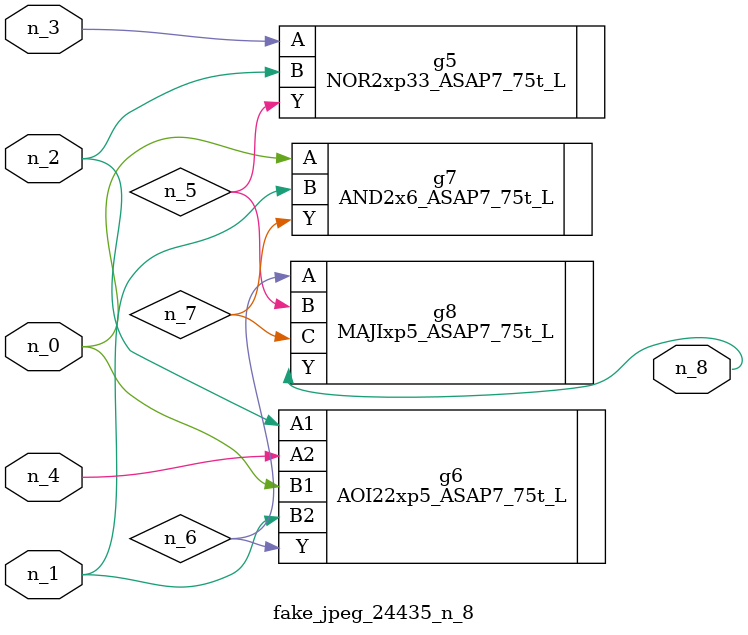
<source format=v>
module fake_jpeg_24435_n_8 (n_3, n_2, n_1, n_0, n_4, n_8);

input n_3;
input n_2;
input n_1;
input n_0;
input n_4;

output n_8;

wire n_6;
wire n_5;
wire n_7;

NOR2xp33_ASAP7_75t_L g5 ( 
.A(n_3),
.B(n_2),
.Y(n_5)
);

AOI22xp5_ASAP7_75t_L g6 ( 
.A1(n_2),
.A2(n_4),
.B1(n_0),
.B2(n_1),
.Y(n_6)
);

AND2x6_ASAP7_75t_L g7 ( 
.A(n_0),
.B(n_1),
.Y(n_7)
);

MAJIxp5_ASAP7_75t_L g8 ( 
.A(n_6),
.B(n_5),
.C(n_7),
.Y(n_8)
);


endmodule
</source>
